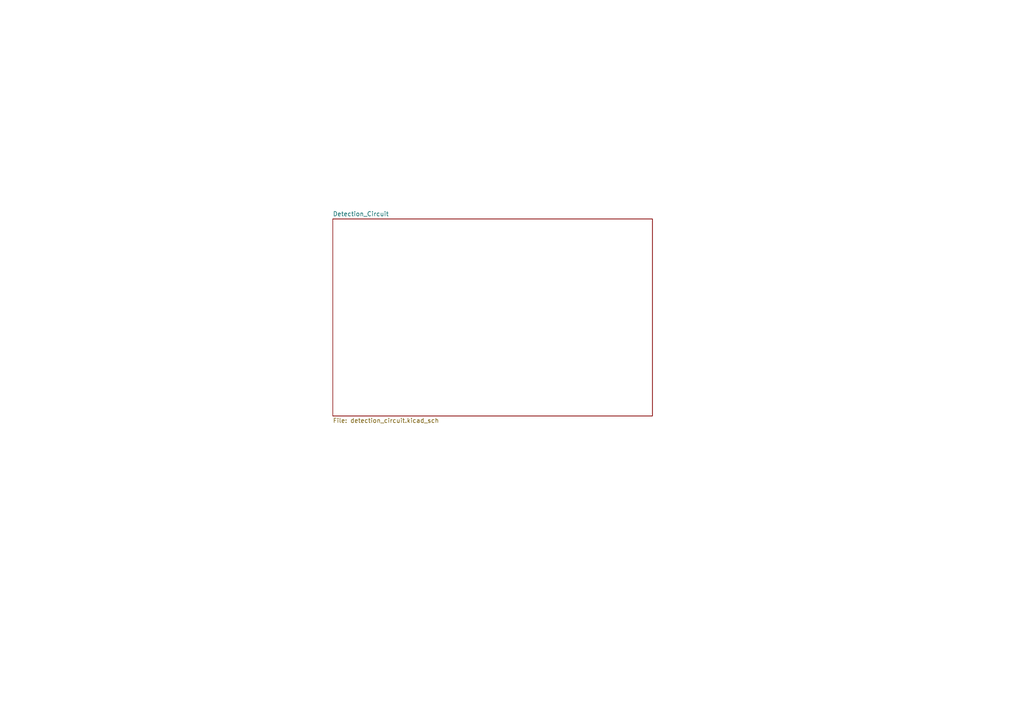
<source format=kicad_sch>
(kicad_sch (version 20230121) (generator eeschema)
  (paper "A4")
  (title_block (title "Autopsy Saw Detection Mechanism") (date "2024-03-24") (rev "3") (company "PFPU2"))
  (lib_symbols)
  (sheet (at 96.52 63.5) (size 92.71 57.15) (stroke (width 0.1524))
    (property "Sheetname" "Detection_Circuit" (at 96.52 62.7884 0) (effects (justify left bottom)))
    (property "Sheetfile" "detection_circuit.kicad_sch" (at 96.52 121.2346 0) (effects (justify left top)))
  )
)
</source>
